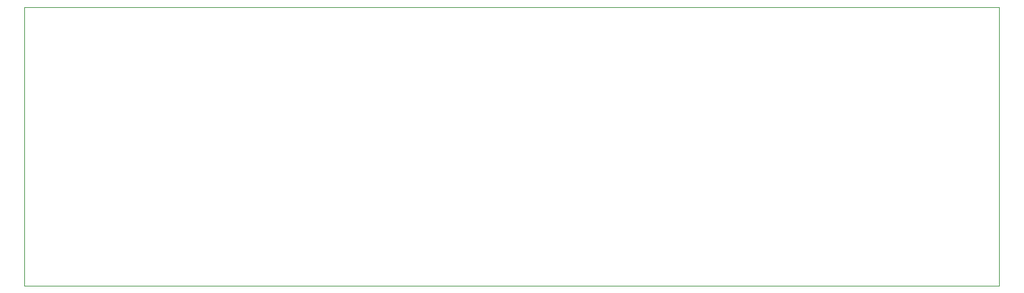
<source format=gbr>
%TF.GenerationSoftware,Altium Limited,Altium Designer,19.1.8 (144)*%
G04 Layer_Color=0*
%FSLAX26Y26*%
%MOIN*%
%TF.FileFunction,Profile,NP*%
%TF.Part,Single*%
G01*
G75*
%TA.AperFunction,Profile*%
%ADD62C,0.001000*%
D62*
X1750069Y3585227D02*
X6700733D01*
Y5004112D01*
X1750069D01*
Y3585227D01*
%TF.MD5,4b481385acee62a7f5327f0664b36792*%
M02*

</source>
